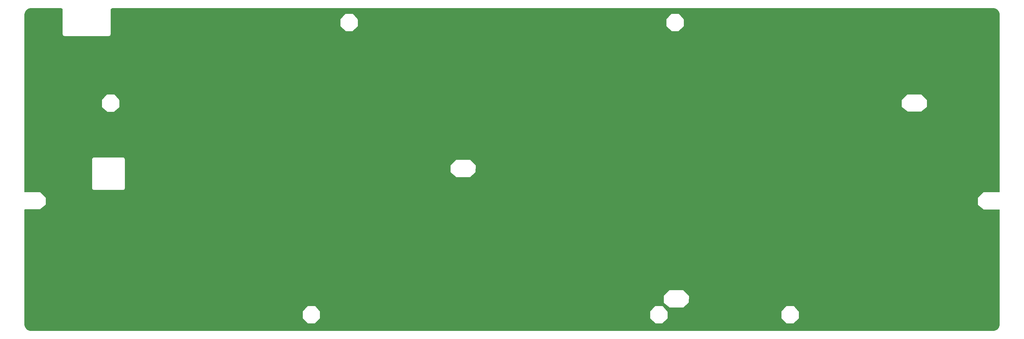
<source format=gtl>
%TF.GenerationSoftware,KiCad,Pcbnew,7.0.1-0*%
%TF.CreationDate,2023-04-14T18:53:15+09:00*%
%TF.ProjectId,Sandy_Plate_Bottom,53616e64-795f-4506-9c61-74655f426f74,v.1 (042)*%
%TF.SameCoordinates,Original*%
%TF.FileFunction,Copper,L1,Top*%
%TF.FilePolarity,Positive*%
%FSLAX46Y46*%
G04 Gerber Fmt 4.6, Leading zero omitted, Abs format (unit mm)*
G04 Created by KiCad (PCBNEW 7.0.1-0) date 2023-04-14 18:53:15*
%MOMM*%
%LPD*%
G01*
G04 APERTURE LIST*
G04 APERTURE END LIST*
%TA.AperFunction,NonConductor*%
G36*
X26031979Y-17075891D02*
G01*
X26043107Y-17077143D01*
X26050090Y-17077929D01*
X26052283Y-17078197D01*
X26154841Y-17091699D01*
X26179986Y-17097686D01*
X26219402Y-17111476D01*
X26225998Y-17113994D01*
X26234528Y-17117527D01*
X26294017Y-17142168D01*
X26312826Y-17151884D01*
X26330365Y-17162904D01*
X26352495Y-17176808D01*
X26362166Y-17183535D01*
X26416887Y-17225524D01*
X26429275Y-17236387D01*
X26463159Y-17270268D01*
X26474023Y-17282655D01*
X26505475Y-17323644D01*
X26516100Y-17337491D01*
X26522820Y-17347153D01*
X26547634Y-17386640D01*
X26557359Y-17405464D01*
X26585728Y-17473955D01*
X26588248Y-17480556D01*
X26601850Y-17519427D01*
X26607843Y-17544595D01*
X26621609Y-17649149D01*
X26621894Y-17651487D01*
X26623667Y-17667220D01*
X26624460Y-17681330D01*
X26624460Y-24698975D01*
X26624499Y-24699177D01*
X26624499Y-24742257D01*
X26654608Y-24874179D01*
X26713316Y-24996094D01*
X26727527Y-25013915D01*
X26797681Y-25101890D01*
X26903460Y-25186253D01*
X26903471Y-25186262D01*
X27025381Y-25244978D01*
X27080805Y-25257631D01*
X27157303Y-25275096D01*
X27199799Y-25275097D01*
X27199809Y-25275100D01*
X27224861Y-25275100D01*
X27224960Y-25275100D01*
X40024460Y-25275100D01*
X40025059Y-25275100D01*
X40049927Y-25275100D01*
X40050118Y-25275061D01*
X40092618Y-25275064D01*
X40176101Y-25256014D01*
X40224541Y-25244961D01*
X40224542Y-25244960D01*
X40224544Y-25244960D01*
X40346463Y-25186254D01*
X40452261Y-25101890D01*
X40536633Y-24996097D01*
X40595347Y-24874182D01*
X40625459Y-24742258D01*
X40625460Y-24674600D01*
X40625460Y-24674100D01*
X40625460Y-20400000D01*
X107800000Y-20400000D01*
X107800021Y-22449998D01*
X107800022Y-22449999D01*
X107800022Y-22450000D01*
X109360004Y-23841086D01*
X111260004Y-23841086D01*
X112860866Y-22450000D01*
X112850000Y-20450000D01*
X112807576Y-20400000D01*
X203050000Y-20400000D01*
X203050021Y-22449998D01*
X203050022Y-22449999D01*
X203050022Y-22450000D01*
X204610004Y-23841086D01*
X206510004Y-23841086D01*
X208110866Y-22450000D01*
X208100000Y-20450000D01*
X207915788Y-20232893D01*
X206700001Y-18800000D01*
X206700000Y-18800000D01*
X204500000Y-18800000D01*
X204499998Y-18800000D01*
X203050001Y-20399997D01*
X203050000Y-20400000D01*
X112807576Y-20400000D01*
X112665788Y-20232893D01*
X111450001Y-18800000D01*
X111450000Y-18800000D01*
X109250000Y-18800000D01*
X109249998Y-18800000D01*
X107800001Y-20399997D01*
X107800000Y-20400000D01*
X40625460Y-20400000D01*
X40625460Y-17681675D01*
X40626252Y-17667574D01*
X40628293Y-17649451D01*
X40628569Y-17647183D01*
X40642054Y-17544759D01*
X40648040Y-17519617D01*
X40661924Y-17479936D01*
X40664410Y-17473425D01*
X40692500Y-17405609D01*
X40702206Y-17386821D01*
X40727282Y-17346910D01*
X40733972Y-17337291D01*
X40775827Y-17282745D01*
X40786649Y-17270405D01*
X40820741Y-17236310D01*
X40833100Y-17225470D01*
X40887752Y-17183535D01*
X40897369Y-17176846D01*
X40937087Y-17151888D01*
X40955891Y-17142172D01*
X41024172Y-17113889D01*
X41030710Y-17111393D01*
X41069833Y-17097701D01*
X41094990Y-17091711D01*
X41199592Y-17077939D01*
X41201694Y-17077682D01*
X41217582Y-17075891D01*
X41231680Y-17075100D01*
X298420843Y-17075100D01*
X298429080Y-17075370D01*
X298433512Y-17075660D01*
X298508321Y-17080562D01*
X298508409Y-17080568D01*
X298686465Y-17093303D01*
X298702040Y-17095401D01*
X298812995Y-17117469D01*
X298814941Y-17117874D01*
X298955165Y-17148378D01*
X298968868Y-17152181D01*
X299082229Y-17190659D01*
X299085698Y-17191895D01*
X299213826Y-17239684D01*
X299225509Y-17244729D01*
X299335179Y-17298811D01*
X299339833Y-17301227D01*
X299457581Y-17365522D01*
X299467169Y-17371327D01*
X299531748Y-17414476D01*
X299569836Y-17439925D01*
X299575344Y-17443823D01*
X299681884Y-17523578D01*
X299689437Y-17529701D01*
X299782613Y-17611412D01*
X299788616Y-17617036D01*
X299882554Y-17710974D01*
X299888190Y-17716991D01*
X299969804Y-17810053D01*
X299975941Y-17817622D01*
X300055853Y-17924371D01*
X300059749Y-17929876D01*
X300128163Y-18032263D01*
X300133966Y-18041848D01*
X300134156Y-18042195D01*
X300198530Y-18160088D01*
X300200948Y-18164744D01*
X300254760Y-18273862D01*
X300259810Y-18285559D01*
X300307944Y-18414612D01*
X300309201Y-18418142D01*
X300347323Y-18530445D01*
X300351130Y-18544164D01*
X300382025Y-18686185D01*
X300382484Y-18688386D01*
X300404138Y-18797243D01*
X300406238Y-18812837D01*
X300419424Y-18997210D01*
X300419475Y-18997956D01*
X300424190Y-19069883D01*
X300424460Y-19078125D01*
X300424460Y-70934128D01*
X300407771Y-70996795D01*
X300362123Y-71042861D01*
X300299611Y-71060122D01*
X299714061Y-71065473D01*
X299709139Y-71065518D01*
X299707988Y-71065523D01*
X295658592Y-71065523D01*
X294058592Y-72665525D01*
X294058613Y-74715525D01*
X294058614Y-74715526D01*
X295768596Y-76106609D01*
X299708592Y-76106609D01*
X299708602Y-76106609D01*
X299796612Y-76106265D01*
X300297968Y-76104306D01*
X300361176Y-76121022D01*
X300407497Y-76167163D01*
X300424460Y-76230305D01*
X300424460Y-109670477D01*
X300424190Y-109678721D01*
X300419001Y-109757862D01*
X300418950Y-109758606D01*
X300406261Y-109936039D01*
X300404161Y-109951633D01*
X300382016Y-110062960D01*
X300381557Y-110065162D01*
X300351203Y-110204695D01*
X300347396Y-110218412D01*
X300308729Y-110332321D01*
X300307472Y-110335853D01*
X300259949Y-110463266D01*
X300254898Y-110474962D01*
X300200483Y-110585302D01*
X300198066Y-110589958D01*
X300134190Y-110706939D01*
X300128367Y-110716556D01*
X300059294Y-110819930D01*
X300055397Y-110825437D01*
X299976254Y-110931159D01*
X299970117Y-110938728D01*
X299887760Y-111032637D01*
X299882124Y-111038654D01*
X299789051Y-111131727D01*
X299783032Y-111137365D01*
X299689026Y-111219804D01*
X299681459Y-111225939D01*
X299575952Y-111304921D01*
X299570444Y-111308819D01*
X299466787Y-111378079D01*
X299457171Y-111383901D01*
X299340673Y-111447513D01*
X299336015Y-111449932D01*
X299225146Y-111504605D01*
X299213452Y-111509653D01*
X299086965Y-111556831D01*
X299083431Y-111558090D01*
X298968532Y-111597090D01*
X298954817Y-111600896D01*
X298817251Y-111630822D01*
X298815045Y-111631282D01*
X298701724Y-111653820D01*
X298686135Y-111655919D01*
X298515324Y-111668136D01*
X298514574Y-111668187D01*
X298428463Y-111673830D01*
X298420224Y-111674100D01*
X17429082Y-111674100D01*
X17420841Y-111673830D01*
X17416551Y-111673548D01*
X17341728Y-111668644D01*
X17340981Y-111668593D01*
X17163511Y-111655900D01*
X17147919Y-111653800D01*
X17036668Y-111631671D01*
X17034466Y-111631213D01*
X16894841Y-111600840D01*
X16881130Y-111597034D01*
X16767302Y-111558394D01*
X16763816Y-111557153D01*
X16636254Y-111509575D01*
X16624557Y-111504525D01*
X16514358Y-111450180D01*
X16509702Y-111447762D01*
X16411296Y-111394029D01*
X16392552Y-111383794D01*
X16382953Y-111377982D01*
X16279733Y-111309013D01*
X16274227Y-111305116D01*
X16168309Y-111225827D01*
X16160741Y-111219691D01*
X16067022Y-111137502D01*
X16061004Y-111131865D01*
X15967693Y-111038554D01*
X15962056Y-111032536D01*
X15879867Y-110938817D01*
X15873731Y-110931249D01*
X15794442Y-110825331D01*
X15790556Y-110819841D01*
X15721568Y-110716594D01*
X15715772Y-110707021D01*
X15651795Y-110589854D01*
X15649378Y-110585200D01*
X15637587Y-110561290D01*
X15595025Y-110474984D01*
X15589991Y-110463325D01*
X15542377Y-110335667D01*
X15541187Y-110332321D01*
X15502517Y-110218406D01*
X15498725Y-110204743D01*
X15468324Y-110064994D01*
X15467902Y-110062960D01*
X15445756Y-109951624D01*
X15443659Y-109936061D01*
X15430937Y-109758170D01*
X15425730Y-109678719D01*
X15425460Y-109670480D01*
X15425460Y-106000000D01*
X96750000Y-106000000D01*
X96750021Y-108049998D01*
X96750022Y-108049999D01*
X96750022Y-108050000D01*
X98310004Y-109441086D01*
X100210004Y-109441086D01*
X101810866Y-108050000D01*
X101800000Y-106050000D01*
X101757576Y-106000000D01*
X198300000Y-106000000D01*
X198300021Y-108049998D01*
X198300022Y-108049999D01*
X198300022Y-108050000D01*
X199860004Y-109441086D01*
X201760004Y-109441086D01*
X203360866Y-108050000D01*
X203350000Y-106050000D01*
X203307576Y-106000000D01*
X236650000Y-106000000D01*
X236650021Y-108049998D01*
X236650022Y-108049999D01*
X236650022Y-108050000D01*
X238210004Y-109441086D01*
X240110004Y-109441086D01*
X241710866Y-108050000D01*
X241700000Y-106050000D01*
X240645002Y-104806609D01*
X240300001Y-104400000D01*
X240300000Y-104400000D01*
X238100000Y-104400000D01*
X238099998Y-104400000D01*
X236650001Y-105999997D01*
X236650000Y-106000000D01*
X203307576Y-106000000D01*
X202295002Y-104806609D01*
X201950001Y-104400000D01*
X201950000Y-104400000D01*
X199750000Y-104400000D01*
X199749998Y-104400000D01*
X198300001Y-105999997D01*
X198300000Y-106000000D01*
X101757576Y-106000000D01*
X100745002Y-104806609D01*
X100400001Y-104400000D01*
X100400000Y-104400000D01*
X98200000Y-104400000D01*
X98199998Y-104400000D01*
X96750001Y-105999997D01*
X96750000Y-106000000D01*
X15425460Y-106000000D01*
X15425460Y-101365525D01*
X202258592Y-101365525D01*
X202258613Y-103415525D01*
X202258614Y-103415526D01*
X203968596Y-104806609D01*
X207908592Y-104806609D01*
X209587954Y-103406287D01*
X209607595Y-101406287D01*
X209607594Y-101406286D01*
X209607595Y-101406286D01*
X207908593Y-99765523D01*
X207908592Y-99765523D01*
X203858592Y-99765523D01*
X202258592Y-101365525D01*
X15425460Y-101365525D01*
X15425460Y-76180562D01*
X15442424Y-76117418D01*
X15488748Y-76071277D01*
X15551959Y-76054563D01*
X16068593Y-76056609D01*
X16068596Y-76056609D01*
X20008592Y-76056609D01*
X21687954Y-74656287D01*
X21707595Y-72656287D01*
X21707594Y-72656286D01*
X21707595Y-72656286D01*
X20008593Y-71015523D01*
X20008592Y-71015523D01*
X15959196Y-71015523D01*
X15957974Y-71015517D01*
X15550238Y-71011561D01*
X15487756Y-70994276D01*
X15442138Y-70948214D01*
X15425460Y-70885567D01*
X15425460Y-69778975D01*
X35224460Y-69778975D01*
X35224499Y-69779177D01*
X35224499Y-69822257D01*
X35254608Y-69954179D01*
X35313316Y-70076094D01*
X35327527Y-70093915D01*
X35397681Y-70181890D01*
X35503460Y-70266253D01*
X35503471Y-70266262D01*
X35625381Y-70324978D01*
X35680805Y-70337631D01*
X35757303Y-70355096D01*
X35799799Y-70355097D01*
X35799809Y-70355100D01*
X35824861Y-70355100D01*
X35824960Y-70355100D01*
X44174460Y-70355100D01*
X44175059Y-70355100D01*
X44199927Y-70355100D01*
X44200118Y-70355061D01*
X44242618Y-70355064D01*
X44326101Y-70336014D01*
X44374541Y-70324961D01*
X44374542Y-70324960D01*
X44374544Y-70324960D01*
X44496463Y-70266254D01*
X44602261Y-70181890D01*
X44686633Y-70076097D01*
X44745347Y-69954182D01*
X44775459Y-69822258D01*
X44775460Y-69754600D01*
X44775460Y-69754100D01*
X44775460Y-63150002D01*
X139950000Y-63150002D01*
X139950021Y-65200002D01*
X139950022Y-65200003D01*
X141660004Y-66591086D01*
X145600000Y-66591086D01*
X147279362Y-65190764D01*
X147299003Y-63190764D01*
X147299002Y-63190763D01*
X147299003Y-63190763D01*
X145600001Y-61550000D01*
X145600000Y-61550000D01*
X141550000Y-61550000D01*
X139950000Y-63150002D01*
X44775460Y-63150002D01*
X44775460Y-61506831D01*
X44775500Y-61506630D01*
X44775500Y-61386939D01*
X44775500Y-61386937D01*
X44745386Y-61255004D01*
X44686668Y-61133081D01*
X44602290Y-61027281D01*
X44496485Y-60942911D01*
X44374558Y-60884201D01*
X44335551Y-60875300D01*
X44242621Y-60854095D01*
X44174964Y-60854099D01*
X44174960Y-60854100D01*
X35877189Y-60854100D01*
X35876972Y-60854057D01*
X35824960Y-60854060D01*
X35757578Y-60854063D01*
X35757295Y-60854064D01*
X35625369Y-60884183D01*
X35503453Y-60942902D01*
X35503451Y-60942903D01*
X35503450Y-60942904D01*
X35461396Y-60976443D01*
X35397651Y-61027282D01*
X35313282Y-61133084D01*
X35254571Y-61255005D01*
X35224460Y-61386938D01*
X35224460Y-69778975D01*
X15425460Y-69778975D01*
X15425460Y-44050000D01*
X38109437Y-44050000D01*
X38109458Y-46099998D01*
X38109459Y-46099999D01*
X38109459Y-46100000D01*
X39669441Y-47491086D01*
X41569441Y-47491086D01*
X43170303Y-46100000D01*
X43159437Y-44100000D01*
X43071240Y-43996053D01*
X271811731Y-43996053D01*
X271811752Y-46046053D01*
X271811753Y-46046054D01*
X273521735Y-47437137D01*
X277461731Y-47437137D01*
X279141093Y-46036815D01*
X279160734Y-44036815D01*
X279160733Y-44036814D01*
X279160734Y-44036814D01*
X277461732Y-42396051D01*
X277461731Y-42396051D01*
X273411731Y-42396051D01*
X271811731Y-43996053D01*
X43071240Y-43996053D01*
X42975225Y-43882893D01*
X41759438Y-42450000D01*
X41759437Y-42450000D01*
X39559437Y-42450000D01*
X39559435Y-42450000D01*
X38109438Y-44049997D01*
X38109437Y-44050000D01*
X15425460Y-44050000D01*
X15425460Y-19078720D01*
X15425730Y-19070482D01*
X15426049Y-19065605D01*
X15430943Y-18990939D01*
X15443660Y-18813134D01*
X15445755Y-18797579D01*
X15467918Y-18686156D01*
X15468315Y-18684248D01*
X15498727Y-18544447D01*
X15502514Y-18530802D01*
X15541206Y-18416820D01*
X15542362Y-18413574D01*
X15589997Y-18285860D01*
X15595018Y-18274229D01*
X15649400Y-18163955D01*
X15651774Y-18159384D01*
X15715784Y-18042158D01*
X15721555Y-18032625D01*
X15790580Y-17929322D01*
X15794418Y-17923900D01*
X15873751Y-17817923D01*
X15879846Y-17810406D01*
X15962084Y-17716631D01*
X15967663Y-17710675D01*
X16061035Y-17617303D01*
X16066991Y-17611724D01*
X16160766Y-17529486D01*
X16168283Y-17523391D01*
X16274260Y-17444058D01*
X16279682Y-17440220D01*
X16382985Y-17371195D01*
X16392518Y-17365424D01*
X16509744Y-17301414D01*
X16514315Y-17299040D01*
X16624589Y-17244658D01*
X16636220Y-17239637D01*
X16763934Y-17192002D01*
X16767180Y-17190846D01*
X16881162Y-17152154D01*
X16894807Y-17148367D01*
X17034608Y-17117955D01*
X17036516Y-17117558D01*
X17147939Y-17095395D01*
X17163494Y-17093300D01*
X17341299Y-17080583D01*
X17415965Y-17075689D01*
X17420842Y-17075370D01*
X17429080Y-17075100D01*
X26017886Y-17075100D01*
X26031979Y-17075891D01*
G37*
%TD.AperFunction*%
M02*

</source>
